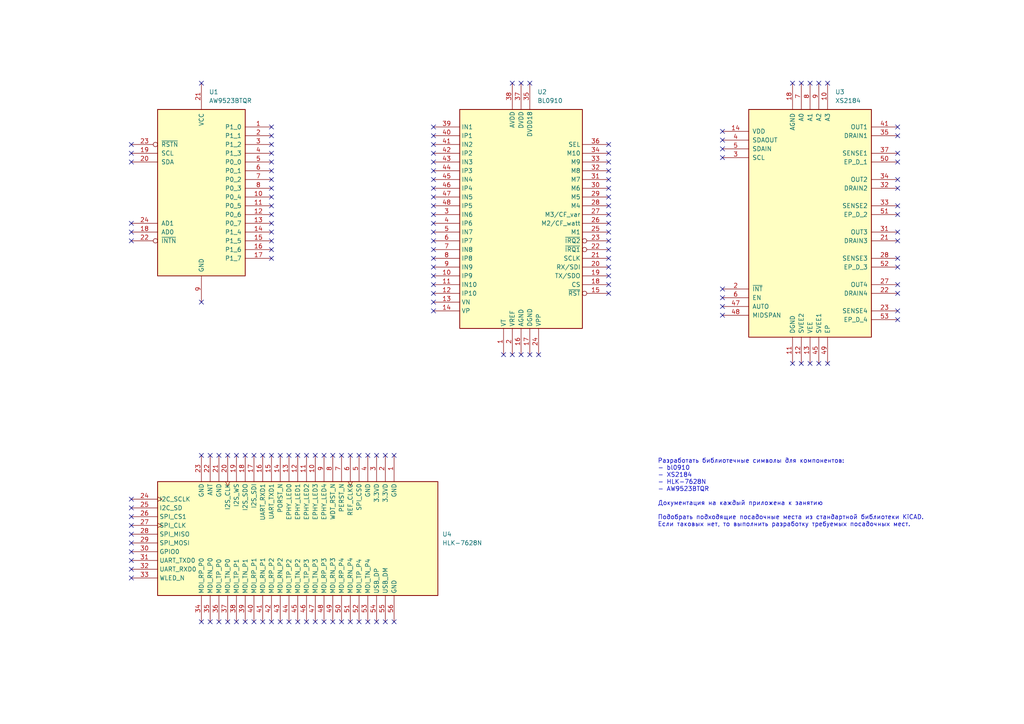
<source format=kicad_sch>
(kicad_sch (version 20231120) (generator "eeschema") (generator_version "8.0")
  (paper "A4")
  (lib_symbols
    (symbol "mipt:AW9523BTQR" (pin_names (offset 1.016))
      (property "Reference" "U" (at 0 -2.54 0))
      (property "Value" "AW9523BTQR" (at 0 2.54 0))
      (symbol "AW9523BTQR_1_0"
        (rectangle (start -12.7 24.13) (end 12.7 -24.13) (stroke (width 0.254)) (fill (type background)))
      )
      (symbol "AW9523BTQR_1_1"
        (pin bidirectional line (at 20.32 19.05 180) (length 7.62) (name "P1_0") (number "1"))
        (pin bidirectional line (at 20.32 -1.27 180) (length 7.62) (name "P0_4") (number "10"))
        (pin bidirectional line (at 20.32 -3.81 180) (length 7.62) (name "P0_5") (number "11"))
        (pin bidirectional line (at 20.32 -6.35 180) (length 7.62) (name "P0_6") (number "12"))
        (pin bidirectional line (at 20.32 -8.89 180) (length 7.62) (name "P0_7") (number "13"))
        (pin bidirectional line (at 20.32 -11.43 180) (length 7.62) (name "P1_4") (number "14"))
        (pin bidirectional line (at 20.32 -13.97 180) (length 7.62) (name "P1_5") (number "15"))
        (pin bidirectional line (at 20.32 -16.51 180) (length 7.62) (name "P1_6") (number "16"))
        (pin bidirectional line (at 20.32 -19.05 180) (length 7.62) (name "P1_7") (number "17"))
        (pin input line (at -20.32 -11.43 0) (length 7.62) (name "AD0") (number "18"))
        (pin input line (at -20.32 11.43 0) (length 7.62) (name "SCL") (number "19"))
        (pin bidirectional line (at 20.32 16.51 180) (length 7.62) (name "P1_1") (number "2"))
        (pin bidirectional line (at -20.32 8.89 0) (length 7.62) (name "SDA") (number "20"))
        (pin power_in line (at 0 31.75 270) (length 7.62) (name "VCC") (number "21"))
        (pin output inverted (at -20.32 -13.97 0) (length 7.62) (name "~{INTN}") (number "22"))
        (pin input inverted (at -20.32 13.97 0) (length 7.62) (name "~{RSTN}") (number "23"))
        (pin input line (at -20.32 -8.89 0) (length 7.62) (name "AD1") (number "24"))
        (pin bidirectional line (at 20.32 13.97 180) (length 7.62) (name "P1_2") (number "3"))
        (pin bidirectional line (at 20.32 11.43 180) (length 7.62) (name "P1_3") (number "4"))
        (pin bidirectional line (at 20.32 8.89 180) (length 7.62) (name "P0_0") (number "5"))
        (pin bidirectional line (at 20.32 6.35 180) (length 7.62) (name "P0_1") (number "6"))
        (pin bidirectional line (at 20.32 3.81 180) (length 7.62) (name "P0_2") (number "7"))
        (pin bidirectional line (at 20.32 1.27 180) (length 7.62) (name "P0_3") (number "8"))
        (pin power_in line (at 0 -31.75 90) (length 7.62) (name "GND") (number "9"))
      )
    )
    (symbol "mipt:HLK-7628N"
      (property "Reference" "U" (at 42.164 1.016 0))
      (property "Value" "HLK-7628N" (at 47.244 -1.524 0))
      (symbol "HLK-7628N_1_0"
        (rectangle (start -40.64 16.51) (end 40.64 -16.51) (stroke (width 0.254)) (fill (type background)))
      )
      (symbol "HLK-7628N_1_1"
        (pin power_in line (at 27.94 24.13 270) (length 7.62) (name "GND") (number "1"))
        (pin bidirectional line (at 5.08 24.13 270) (length 7.62) (name "EPHY_LED3") (number "10"))
        (pin bidirectional line (at 2.54 24.13 270) (length 7.62) (name "EPHY_LED2") (number "11"))
        (pin bidirectional line (at 0 24.13 270) (length 7.62) (name "EPHY_LED1") (number "12"))
        (pin bidirectional line (at -2.54 24.13 270) (length 7.62) (name "EPHY_LED0") (number "13"))
        (pin bidirectional line (at -5.08 24.13 270) (length 7.62) (name "PORST_N") (number "14"))
        (pin output line (at -7.62 24.13 270) (length 7.62) (name "UART_TXD1") (number "15"))
        (pin input line (at -10.16 24.13 270) (length 7.62) (name "UART_RXD1") (number "16"))
        (pin bidirectional line (at -12.7 24.13 270) (length 7.62) (name "I2S_SDI") (number "17"))
        (pin bidirectional line (at -15.24 24.13 270) (length 7.62) (name "I2S_SDO") (number "18"))
        (pin bidirectional line (at -17.78 24.13 270) (length 7.62) (name "I2S_WS") (number "19"))
        (pin power_in line (at 25.4 24.13 270) (length 7.62) (name "3.3VD") (number "2"))
        (pin bidirectional clock (at -20.32 24.13 270) (length 7.62) (name "I2S_CLK") (number "20"))
        (pin power_in line (at -22.86 24.13 270) (length 7.62) (name "GND") (number "21"))
        (pin bidirectional line (at -25.4 24.13 270) (length 7.62) (name "ANT") (number "22"))
        (pin power_in line (at -27.94 24.13 270) (length 7.62) (name "GND") (number "23"))
        (pin bidirectional clock (at -48.26 11.43 0) (length 7.62) (name "I2C_SCLK") (number "24"))
        (pin bidirectional line (at -48.26 8.89 0) (length 7.62) (name "I2C_SD") (number "25"))
        (pin bidirectional line (at -48.26 6.35 0) (length 7.62) (name "SPI_CS1") (number "26"))
        (pin bidirectional clock (at -48.26 3.81 0) (length 7.62) (name "SPI_CLK") (number "27"))
        (pin bidirectional line (at -48.26 1.27 0) (length 7.62) (name "SPI_MISO") (number "28"))
        (pin bidirectional line (at -48.26 -1.27 0) (length 7.62) (name "SPI_MOSI") (number "29"))
        (pin power_in line (at 22.86 24.13 270) (length 7.62) (name "3.3VD") (number "3"))
        (pin bidirectional line (at -48.26 -3.81 0) (length 7.62) (name "GPIO0") (number "30"))
        (pin output line (at -48.26 -6.35 0) (length 7.62) (name "UART_TXD0") (number "31"))
        (pin input line (at -48.26 -8.89 0) (length 7.62) (name "UART_RXD0") (number "32"))
        (pin bidirectional line (at -48.26 -11.43 0) (length 7.62) (name "WLED_N") (number "33"))
        (pin bidirectional line (at -27.94 -24.13 90) (length 7.62) (name "MDI_RP_P0") (number "34"))
        (pin bidirectional line (at -25.4 -24.13 90) (length 7.62) (name "MDI_RN_P0") (number "35"))
        (pin bidirectional line (at -22.86 -24.13 90) (length 7.62) (name "MDI_TP_P0") (number "36"))
        (pin bidirectional line (at -20.32 -24.13 90) (length 7.62) (name "MDI_TN_P0") (number "37"))
        (pin bidirectional line (at -17.78 -24.13 90) (length 7.62) (name "MDI_TP_P1") (number "38"))
        (pin bidirectional line (at -15.24 -24.13 90) (length 7.62) (name "MDI_TN_P1") (number "39"))
        (pin power_in line (at 20.32 24.13 270) (length 7.62) (name "GND") (number "4"))
        (pin bidirectional line (at -12.7 -24.13 90) (length 7.62) (name "MDI_RP_P1") (number "40"))
        (pin bidirectional line (at -10.16 -24.13 90) (length 7.62) (name "MDI_RN_P1") (number "41"))
        (pin bidirectional line (at -7.62 -24.13 90) (length 7.62) (name "MDI_RP_P2") (number "42"))
        (pin bidirectional line (at -5.08 -24.13 90) (length 7.62) (name "MDI_RN_P2") (number "43"))
        (pin bidirectional line (at -2.54 -24.13 90) (length 7.62) (name "MDI_TP_P2") (number "44"))
        (pin bidirectional line (at 0 -24.13 90) (length 7.62) (name "MDI_TN_P2") (number "45"))
        (pin bidirectional line (at 2.54 -24.13 90) (length 7.62) (name "MDI_TP_P3") (number "46"))
        (pin bidirectional line (at 5.08 -24.13 90) (length 7.62) (name "MDI_TN_P3") (number "47"))
        (pin bidirectional line (at 7.62 -24.13 90) (length 7.62) (name "MDI_RP_P3") (number "48"))
        (pin bidirectional line (at 10.16 -24.13 90) (length 7.62) (name "MDI_RN_P3") (number "49"))
        (pin bidirectional line (at 17.78 24.13 270) (length 7.62) (name "SPI_CS0") (number "5"))
        (pin bidirectional line (at 12.7 -24.13 90) (length 7.62) (name "MDI_RP_P4") (number "50"))
        (pin bidirectional line (at 15.24 -24.13 90) (length 7.62) (name "MDI_RN_P4") (number "51"))
        (pin bidirectional line (at 17.78 -24.13 90) (length 7.62) (name "MDI_TP_P4") (number "52"))
        (pin bidirectional line (at 20.32 -24.13 90) (length 7.62) (name "MDI_TN_P4") (number "53"))
        (pin bidirectional line (at 22.86 -24.13 90) (length 7.62) (name "USB_DP") (number "54"))
        (pin bidirectional line (at 25.4 -24.13 90) (length 7.62) (name "USB_DM") (number "55"))
        (pin power_in line (at 27.94 -24.13 90) (length 7.62) (name "GND") (number "56"))
        (pin bidirectional clock (at 15.24 24.13 270) (length 7.62) (name "REF_CLK0") (number "6"))
        (pin bidirectional line (at 12.7 24.13 270) (length 7.62) (name "PERST_N") (number "7"))
        (pin bidirectional line (at 10.16 24.13 270) (length 7.62) (name "WDT_RST_N") (number "8"))
        (pin bidirectional line (at 7.62 24.13 270) (length 7.62) (name "EPHY_LED4") (number "9"))
      )
    )
    (symbol "mipt:XS2184" (pin_names (offset 1.016))
      (property "Reference" "U" (at 0 -2.54 0))
      (property "Value" "XS2184" (at 0 2.54 0))
      (symbol "XS2184_1_0"
        (rectangle (start -17.78 33.02) (end 17.78 -33.02) (stroke (width 0.254)) (fill (type background)))
      )
      (symbol "XS2184_1_1"
        (pin no_connect line (at -25.4 0 0) (length 7.62) hide (name "N.C.") (number "1"))
        (pin input line (at 5.08 40.64 270) (length 7.62) (name "A3") (number "10"))
        (pin power_in line (at -5.08 -40.64 90) (length 7.62) (name "DGND") (number "11"))
        (pin power_in line (at -2.54 -40.64 90) (length 7.62) (name "SVEE2") (number "12"))
        (pin power_in line (at 0 -40.64 90) (length 7.62) (name "VEE") (number "13"))
        (pin power_in line (at -25.4 26.67 0) (length 7.62) (name "VDD") (number "14"))
        (pin no_connect line (at -25.4 0 0) (length 7.62) hide (name "N.C.") (number "15"))
        (pin no_connect line (at -25.4 0 0) (length 7.62) hide (name "N.C.") (number "16"))
        (pin no_connect line (at -25.4 0 0) (length 7.62) hide (name "N.C.") (number "17"))
        (pin power_in line (at -5.08 40.64 270) (length 7.62) (name "AGND") (number "18"))
        (pin no_connect line (at -25.4 0 0) (length 7.62) hide (name "N.C.") (number "19"))
        (pin output line (at -25.4 -19.05 0) (length 7.62) (name "~{INT}") (number "2"))
        (pin no_connect line (at -25.4 0 0) (length 7.62) hide (name "N.C.") (number "20"))
        (pin output line (at 25.4 -5.08 180) (length 7.62) (name "DRAIN3") (number "21"))
        (pin output line (at 25.4 -20.32 180) (length 7.62) (name "DRAIN4") (number "22"))
        (pin input line (at 25.4 -25.4 180) (length 7.62) (name "SENSE4") (number "23"))
        (pin no_connect line (at -25.4 0 0) (length 7.62) hide (name "N.C.") (number "24"))
        (pin output line (at 25.4 -20.32 180) (length 7.62) hide (name "DRAIN4") (number "25"))
        (pin output line (at 25.4 -20.32 180) (length 7.62) hide (name "DRAIN4") (number "26"))
        (pin output line (at 25.4 -17.78 180) (length 7.62) (name "OUT4") (number "27"))
        (pin input line (at 25.4 -10.16 180) (length 7.62) (name "SENSE3") (number "28"))
        (pin output line (at 25.4 -5.08 180) (length 7.62) hide (name "DRAIN3") (number "29"))
        (pin bidirectional line (at -25.4 19.05 0) (length 7.62) (name "SCL") (number "3"))
        (pin output line (at 25.4 -5.08 180) (length 7.62) hide (name "DRAIN3") (number "30"))
        (pin output line (at 25.4 -2.54 180) (length 7.62) (name "OUT3") (number "31"))
        (pin output line (at 25.4 10.16 180) (length 7.62) (name "DRAIN2") (number "32"))
        (pin input line (at 25.4 5.08 180) (length 7.62) (name "SENSE2") (number "33"))
        (pin output line (at 25.4 12.7 180) (length 7.62) (name "OUT2") (number "34"))
        (pin output line (at 25.4 25.4 180) (length 7.62) (name "DRAIN1") (number "35"))
        (pin output line (at 25.4 25.4 180) (length 7.62) hide (name "DRAIN1") (number "36"))
        (pin input line (at 25.4 20.32 180) (length 7.62) (name "SENSE1") (number "37"))
        (pin no_connect line (at -25.4 0 0) (length 7.62) hide (name "N.C.") (number "38"))
        (pin output line (at 25.4 25.4 180) (length 7.62) hide (name "DRAIN1") (number "39"))
        (pin output line (at -25.4 24.13 0) (length 7.62) (name "SDAOUT") (number "4"))
        (pin output line (at 25.4 10.16 180) (length 7.62) hide (name "DRAIN2") (number "40"))
        (pin output line (at 25.4 27.94 180) (length 7.62) (name "OUT1") (number "41"))
        (pin no_connect line (at -25.4 0 0) (length 7.62) hide (name "N.C.") (number "42"))
        (pin no_connect line (at -25.4 0 0) (length 7.62) hide (name "N.C.") (number "43"))
        (pin no_connect line (at -25.4 0 0) (length 7.62) hide (name "N.C.") (number "44"))
        (pin power_in line (at 2.54 -40.64 90) (length 7.62) (name "SVEE1") (number "45"))
        (pin no_connect line (at -25.4 0 0) (length 7.62) hide (name "N.C.") (number "46"))
        (pin input line (at -25.4 -24.13 0) (length 7.62) (name "AUTO") (number "47"))
        (pin input line (at -25.4 -26.67 0) (length 7.62) (name "MIDSPAN") (number "48"))
        (pin power_in line (at 5.08 -40.64 90) (length 7.62) (name "EP") (number "49"))
        (pin input line (at -25.4 21.59 0) (length 7.62) (name "SDAIN") (number "5"))
        (pin power_in line (at 25.4 17.78 180) (length 7.62) (name "EP_D_1") (number "50"))
        (pin power_in line (at 25.4 2.54 180) (length 7.62) (name "EP_D_2") (number "51"))
        (pin power_in line (at 25.4 -12.7 180) (length 7.62) (name "EP_D_3") (number "52"))
        (pin power_in line (at 25.4 -27.94 180) (length 7.62) (name "EP_D_4") (number "53"))
        (pin input line (at -25.4 -21.59 0) (length 7.62) (name "EN") (number "6"))
        (pin input line (at -2.54 40.64 270) (length 7.62) (name "A0") (number "7"))
        (pin input line (at 0 40.64 270) (length 7.62) (name "A1") (number "8"))
        (pin input line (at 2.54 40.64 270) (length 7.62) (name "A2") (number "9"))
      )
    )
    (symbol "mipt:bl0910"
      (property "Reference" "U" (at 0 1.27 0))
      (property "Value" "BL0910" (at 0 -1.27 0))
      (symbol "bl0910_1_0"
        (rectangle (start -17.78 29.21) (end 17.78 -34.29) (stroke (width 0.254)) (fill (type background)))
      )
      (symbol "bl0910_1_1"
        (pin input line (at -5.08 -41.91 90) (length 7.62) (name "VT") (number "1"))
        (pin input line (at -25.4 -19.05 0) (length 7.62) (name "IP9") (number "10"))
        (pin input line (at -25.4 -21.59 0) (length 7.62) (name "IN10") (number "11"))
        (pin input line (at -25.4 -24.13 0) (length 7.62) (name "IP10") (number "12"))
        (pin input line (at -25.4 -26.67 0) (length 7.62) (name "VN") (number "13"))
        (pin input line (at -25.4 -29.21 0) (length 7.62) (name "VP") (number "14"))
        (pin input inverted (at 25.4 -24.13 180) (length 7.62) (name "~{RST}") (number "15"))
        (pin input line (at 0 -41.91 90) (length 7.62) (name "AGND") (number "16"))
        (pin input line (at 2.54 -41.91 90) (length 7.62) (name "DGND") (number "17"))
        (pin input line (at 25.4 -21.59 180) (length 7.62) (name "CS") (number "18"))
        (pin output line (at 25.4 -19.05 180) (length 7.62) (name "TX/SDO") (number "19"))
        (pin bidirectional line (at -2.54 -41.91 90) (length 7.62) (name "VREF") (number "2"))
        (pin input line (at 25.4 -16.51 180) (length 7.62) (name "RX/SDI") (number "20"))
        (pin input line (at 25.4 -13.97 180) (length 7.62) (name "SCLK") (number "21"))
        (pin output inverted (at 25.4 -11.43 180) (length 7.62) (name "~{IRQ1}") (number "22"))
        (pin output inverted (at 25.4 -8.89 180) (length 7.62) (name "~{IRQ2}") (number "23"))
        (pin input line (at 5.08 -41.91 90) (length 7.62) (name "VPP") (number "24"))
        (pin output line (at 25.4 -6.35 180) (length 7.62) (name "M1") (number "25"))
        (pin output line (at 25.4 -3.81 180) (length 7.62) (name "M2/CF_watt") (number "26"))
        (pin output line (at 25.4 -1.27 180) (length 7.62) (name "M3/CF_var") (number "27"))
        (pin output line (at 25.4 1.27 180) (length 7.62) (name "M4") (number "28"))
        (pin output line (at 25.4 3.81 180) (length 7.62) (name "M5") (number "29"))
        (pin input line (at -25.4 -1.27 0) (length 7.62) (name "IN6") (number "3"))
        (pin output line (at 25.4 6.35 180) (length 7.62) (name "M6") (number "30"))
        (pin output line (at 25.4 8.89 180) (length 7.62) (name "M7") (number "31"))
        (pin output line (at 25.4 11.43 180) (length 7.62) (name "M8") (number "32"))
        (pin output line (at 25.4 13.97 180) (length 7.62) (name "M9") (number "33"))
        (pin output line (at 25.4 16.51 180) (length 7.62) (name "M10") (number "34"))
        (pin bidirectional line (at 2.54 36.83 270) (length 7.62) (name "DVDD18") (number "35"))
        (pin input line (at 25.4 19.05 180) (length 7.62) (name "SEL") (number "36"))
        (pin input line (at 0 36.83 270) (length 7.62) (name "DVDD") (number "37"))
        (pin input line (at -2.54 36.83 270) (length 7.62) (name "AVDD") (number "38"))
        (pin input line (at -25.4 24.13 0) (length 7.62) (name "IN1") (number "39"))
        (pin input line (at -25.4 -3.81 0) (length 7.62) (name "IP6") (number "4"))
        (pin input line (at -25.4 21.59 0) (length 7.62) (name "IP1") (number "40"))
        (pin input line (at -25.4 19.05 0) (length 7.62) (name "IN2") (number "41"))
        (pin input line (at -25.4 16.51 0) (length 7.62) (name "IP2") (number "42"))
        (pin input line (at -25.4 13.97 0) (length 7.62) (name "IN3") (number "43"))
        (pin input line (at -25.4 11.43 0) (length 7.62) (name "IP3") (number "44"))
        (pin input line (at -25.4 8.89 0) (length 7.62) (name "IN4") (number "45"))
        (pin input line (at -25.4 6.35 0) (length 7.62) (name "IP4") (number "46"))
        (pin input line (at -25.4 3.81 0) (length 7.62) (name "IN5") (number "47"))
        (pin input line (at -25.4 1.27 0) (length 7.62) (name "IP5") (number "48"))
        (pin input line (at -25.4 -6.35 0) (length 7.62) (name "IN7") (number "5"))
        (pin input line (at -25.4 -8.89 0) (length 7.62) (name "IP7") (number "6"))
        (pin input line (at -25.4 -11.43 0) (length 7.62) (name "IN8") (number "7"))
        (pin input line (at -25.4 -13.97 0) (length 7.62) (name "IP8") (number "8"))
        (pin input line (at -25.4 -16.51 0) (length 7.62) (name "IN9") (number "9"))
      )
    )
  )
  (no_connect (at 78.74 72.39))
  (no_connect (at 93.98 180.34))
  (no_connect (at 176.53 62.23))
  (no_connect (at 176.53 74.93))
  (no_connect (at 78.74 44.45))
  (no_connect (at 38.1 167.64))
  (no_connect (at 237.49 105.41))
  (no_connect (at 106.68 180.34))
  (no_connect (at 209.55 45.72))
  (no_connect (at 60.96 180.34))
  (no_connect (at 38.1 64.77))
  (no_connect (at 260.35 90.17))
  (no_connect (at 260.35 44.45))
  (no_connect (at 106.68 132.08))
  (no_connect (at 125.73 62.23))
  (no_connect (at 78.74 46.99))
  (no_connect (at 78.74 52.07))
  (no_connect (at 78.74 69.85))
  (no_connect (at 125.73 39.37))
  (no_connect (at 38.1 147.32))
  (no_connect (at 176.53 57.15))
  (no_connect (at 58.42 24.13))
  (no_connect (at 148.59 102.87))
  (no_connect (at 99.06 180.34))
  (no_connect (at 176.53 52.07))
  (no_connect (at 78.74 59.69))
  (no_connect (at 68.58 180.34))
  (no_connect (at 237.49 24.13))
  (no_connect (at 78.74 57.15))
  (no_connect (at 58.42 132.08))
  (no_connect (at 78.74 39.37))
  (no_connect (at 209.55 91.44))
  (no_connect (at 125.73 87.63))
  (no_connect (at 176.53 46.99))
  (no_connect (at 176.53 69.85))
  (no_connect (at 86.36 132.08))
  (no_connect (at 260.35 39.37))
  (no_connect (at 78.74 180.34))
  (no_connect (at 176.53 64.77))
  (no_connect (at 146.05 102.87))
  (no_connect (at 125.73 57.15))
  (no_connect (at 151.13 102.87))
  (no_connect (at 38.1 41.91))
  (no_connect (at 260.35 77.47))
  (no_connect (at 151.13 24.13))
  (no_connect (at 68.58 132.08))
  (no_connect (at 78.74 64.77))
  (no_connect (at 125.73 74.93))
  (no_connect (at 88.9 180.34))
  (no_connect (at 125.73 52.07))
  (no_connect (at 83.82 180.34))
  (no_connect (at 71.12 132.08))
  (no_connect (at 71.12 180.34))
  (no_connect (at 125.73 72.39))
  (no_connect (at 101.6 180.34))
  (no_connect (at 153.67 24.13))
  (no_connect (at 91.44 180.34))
  (no_connect (at 96.52 132.08))
  (no_connect (at 176.53 59.69))
  (no_connect (at 96.52 180.34))
  (no_connect (at 104.14 180.34))
  (no_connect (at 63.5 132.08))
  (no_connect (at 58.42 87.63))
  (no_connect (at 125.73 46.99))
  (no_connect (at 38.1 154.94))
  (no_connect (at 81.28 132.08))
  (no_connect (at 93.98 132.08))
  (no_connect (at 111.76 132.08))
  (no_connect (at 78.74 132.08))
  (no_connect (at 38.1 157.48))
  (no_connect (at 38.1 44.45))
  (no_connect (at 260.35 67.31))
  (no_connect (at 240.03 24.13))
  (no_connect (at 81.28 180.34))
  (no_connect (at 78.74 36.83))
  (no_connect (at 58.42 180.34))
  (no_connect (at 83.82 132.08))
  (no_connect (at 260.35 59.69))
  (no_connect (at 125.73 85.09))
  (no_connect (at 156.21 102.87))
  (no_connect (at 109.22 180.34))
  (no_connect (at 260.35 62.23))
  (no_connect (at 114.3 132.08))
  (no_connect (at 125.73 36.83))
  (no_connect (at 260.35 69.85))
  (no_connect (at 78.74 41.91))
  (no_connect (at 176.53 67.31))
  (no_connect (at 125.73 54.61))
  (no_connect (at 86.36 180.34))
  (no_connect (at 260.35 82.55))
  (no_connect (at 125.73 80.01))
  (no_connect (at 229.87 24.13))
  (no_connect (at 38.1 144.78))
  (no_connect (at 125.73 67.31))
  (no_connect (at 38.1 162.56))
  (no_connect (at 125.73 41.91))
  (no_connect (at 114.3 180.34))
  (no_connect (at 176.53 85.09))
  (no_connect (at 109.22 132.08))
  (no_connect (at 229.87 105.41))
  (no_connect (at 232.41 105.41))
  (no_connect (at 66.04 180.34))
  (no_connect (at 125.73 90.17))
  (no_connect (at 260.35 54.61))
  (no_connect (at 209.55 43.18))
  (no_connect (at 260.35 74.93))
  (no_connect (at 125.73 77.47))
  (no_connect (at 125.73 59.69))
  (no_connect (at 78.74 49.53))
  (no_connect (at 38.1 152.4))
  (no_connect (at 148.59 24.13))
  (no_connect (at 260.35 52.07))
  (no_connect (at 78.74 74.93))
  (no_connect (at 104.14 132.08))
  (no_connect (at 153.67 102.87))
  (no_connect (at 176.53 77.47))
  (no_connect (at 88.9 132.08))
  (no_connect (at 125.73 44.45))
  (no_connect (at 91.44 132.08))
  (no_connect (at 38.1 67.31))
  (no_connect (at 176.53 44.45))
  (no_connect (at 176.53 82.55))
  (no_connect (at 125.73 69.85))
  (no_connect (at 176.53 72.39))
  (no_connect (at 125.73 82.55))
  (no_connect (at 232.41 24.13))
  (no_connect (at 260.35 92.71))
  (no_connect (at 38.1 149.86))
  (no_connect (at 76.2 180.34))
  (no_connect (at 99.06 132.08))
  (no_connect (at 111.76 180.34))
  (no_connect (at 209.55 88.9))
  (no_connect (at 176.53 54.61))
  (no_connect (at 209.55 38.1))
  (no_connect (at 125.73 49.53))
  (no_connect (at 176.53 41.91))
  (no_connect (at 209.55 40.64))
  (no_connect (at 38.1 165.1))
  (no_connect (at 73.66 132.08))
  (no_connect (at 209.55 83.82))
  (no_connect (at 176.53 80.01))
  (no_connect (at 260.35 46.99))
  (no_connect (at 38.1 160.02))
  (no_connect (at 60.96 132.08))
  (no_connect (at 101.6 132.08))
  (no_connect (at 209.55 86.36))
  (no_connect (at 38.1 69.85))
  (no_connect (at 73.66 180.34))
  (no_connect (at 78.74 62.23))
  (no_connect (at 66.04 132.08))
  (no_connect (at 63.5 180.34))
  (no_connect (at 260.35 85.09))
  (no_connect (at 234.95 105.41))
  (no_connect (at 240.03 105.41))
  (no_connect (at 78.74 67.31))
  (no_connect (at 176.53 49.53))
  (no_connect (at 260.35 36.83))
  (no_connect (at 38.1 46.99))
  (no_connect (at 78.74 54.61))
  (no_connect (at 125.73 64.77))
  (no_connect (at 76.2 132.08))
  (no_connect (at 234.95 24.13))
  (text "Разработать библиотечные символы для компонентов:\n- bl0910\n- XS2184\n- HLK-7628N\n- AW9523BTQR\n\nДокументация на каждый приложена к занятию\n\nПодобрать подходящие посадочные места из стандартной библиотеки KiCAD. \nЕсли таковых нет, то выполнить разработку требуемых посадочных мест. \n" (at 190.754 143.002 0) (effects (font (size 1.27 1.27)) (justify left)))
  (symbol (lib_id "mipt:HLK-7628N") (at 86.36 156.21 0) (unit 1)
    (property "Reference" "U4" (at 128.27 154.9399 0) (effects (justify left)))
    (property "Value" "HLK-7628N" (at 128.27 157.4799 0) (effects (justify left)))
    (property "Footprint" "mipt:HLK-7628N" (effects (hide yes)))
    (property "Datasheet" "./datasheets/HLK-7628N_V2.6.pdf" (effects (hide yes)))
  )
  (symbol (lib_id "mipt:AW9523BTQR") (at 58.42 55.88 0) (unit 1)
    (property "Reference" "U1" (at 60.6141 26.67 0) (effects (justify left)))
    (property "Value" "AW9523BTQR" (at 60.6141 29.21 0) (effects (justify left)))
    (property "Footprint" "mipt:TQFN-24-1EP_4x4mm_P0.5mm_EP2.1x2.1mm" (effects (hide yes)))
    (property "Datasheet" "./datasheets/AW9523+English+Datasheet.pdf" (effects (hide yes)))
  )
  (symbol (lib_id "mipt:XS2184") (at 234.95 64.77 0) (unit 1)
    (property "Reference" "U3" (at 242.2241 26.67 0) (effects (justify left)))
    (property "Value" "XS2184" (at 242.2241 29.21 0) (effects (justify left)))
    (property "Footprint" "mipt:QFN-48-1EP_7x7mm_P0.5mm_EP5.6x5.6mm_1" (effects (hide yes)))
    (property "Datasheet" "./datasheets/XS2184 Datasheet CN V1.0.pdf" (effects (hide yes)))
  )
  (symbol (lib_id "mipt:bl0910") (at 151.13 60.96 0) (unit 1)
    (property "Reference" "U2" (at 155.8641 26.67 0) (effects (justify left)))
    (property "Value" "BL0910" (at 155.8641 29.21 0) (effects (justify left)))
    (property "Footprint" "Package_QFP:LQFP-48_7x7mm_P0.5mm" (effects (hide yes)))
    (property "Datasheet" "./datasheets/bl0910.pdf" (effects (hide yes)))
  )
)
</source>
